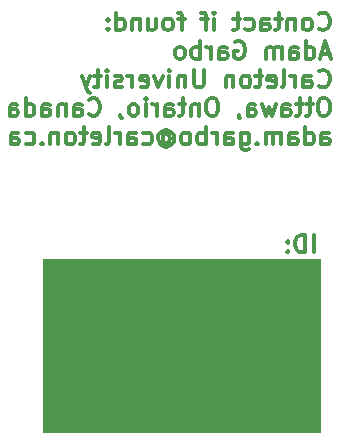
<source format=gbo>
G04 #@! TF.GenerationSoftware,KiCad,Pcbnew,(6.0.5-0)*
G04 #@! TF.CreationDate,2022-06-17T11:18:34-04:00*
G04 #@! TF.ProjectId,Cryologger AWS,4372796f-6c6f-4676-9765-72204157532e,rev?*
G04 #@! TF.SameCoordinates,Original*
G04 #@! TF.FileFunction,Legend,Bot*
G04 #@! TF.FilePolarity,Positive*
%FSLAX46Y46*%
G04 Gerber Fmt 4.6, Leading zero omitted, Abs format (unit mm)*
G04 Created by KiCad (PCBNEW (6.0.5-0)) date 2022-06-17 11:18:34*
%MOMM*%
%LPD*%
G01*
G04 APERTURE LIST*
G04 Aperture macros list*
%AMRoundRect*
0 Rectangle with rounded corners*
0 $1 Rounding radius*
0 $2 $3 $4 $5 $6 $7 $8 $9 X,Y pos of 4 corners*
0 Add a 4 corners polygon primitive as box body*
4,1,4,$2,$3,$4,$5,$6,$7,$8,$9,$2,$3,0*
0 Add four circle primitives for the rounded corners*
1,1,$1+$1,$2,$3*
1,1,$1+$1,$4,$5*
1,1,$1+$1,$6,$7*
1,1,$1+$1,$8,$9*
0 Add four rect primitives between the rounded corners*
20,1,$1+$1,$2,$3,$4,$5,0*
20,1,$1+$1,$4,$5,$6,$7,0*
20,1,$1+$1,$6,$7,$8,$9,0*
20,1,$1+$1,$8,$9,$2,$3,0*%
G04 Aperture macros list end*
%ADD10C,0.100000*%
%ADD11C,0.300000*%
%ADD12C,2.000000*%
%ADD13C,1.524000*%
%ADD14C,3.810000*%
%ADD15C,1.778000*%
%ADD16C,4.999990*%
%ADD17C,2.540000*%
%ADD18C,6.000000*%
%ADD19RoundRect,0.200000X-0.200000X-0.450000X0.200000X-0.450000X0.200000X0.450000X-0.200000X0.450000X0*%
%ADD20O,0.800000X1.300000*%
%ADD21C,1.600000*%
%ADD22O,1.600000X1.600000*%
%ADD23RoundRect,0.249999X-0.790001X-1.550001X0.790001X-1.550001X0.790001X1.550001X-0.790001X1.550001X0*%
%ADD24O,2.080000X3.600000*%
G04 APERTURE END LIST*
D10*
G36*
X121920000Y-109855000D02*
G01*
X98425000Y-109855000D01*
X98425000Y-95250000D01*
X121920000Y-95250000D01*
X121920000Y-109855000D01*
G37*
X121920000Y-109855000D02*
X98425000Y-109855000D01*
X98425000Y-95250000D01*
X121920000Y-95250000D01*
X121920000Y-109855000D01*
D11*
X121780714Y-75715714D02*
X121852142Y-75787142D01*
X122066428Y-75858571D01*
X122209285Y-75858571D01*
X122423571Y-75787142D01*
X122566428Y-75644285D01*
X122637857Y-75501428D01*
X122709285Y-75215714D01*
X122709285Y-75001428D01*
X122637857Y-74715714D01*
X122566428Y-74572857D01*
X122423571Y-74430000D01*
X122209285Y-74358571D01*
X122066428Y-74358571D01*
X121852142Y-74430000D01*
X121780714Y-74501428D01*
X120923571Y-75858571D02*
X121066428Y-75787142D01*
X121137857Y-75715714D01*
X121209285Y-75572857D01*
X121209285Y-75144285D01*
X121137857Y-75001428D01*
X121066428Y-74930000D01*
X120923571Y-74858571D01*
X120709285Y-74858571D01*
X120566428Y-74930000D01*
X120495000Y-75001428D01*
X120423571Y-75144285D01*
X120423571Y-75572857D01*
X120495000Y-75715714D01*
X120566428Y-75787142D01*
X120709285Y-75858571D01*
X120923571Y-75858571D01*
X119780714Y-74858571D02*
X119780714Y-75858571D01*
X119780714Y-75001428D02*
X119709285Y-74930000D01*
X119566428Y-74858571D01*
X119352142Y-74858571D01*
X119209285Y-74930000D01*
X119137857Y-75072857D01*
X119137857Y-75858571D01*
X118637857Y-74858571D02*
X118066428Y-74858571D01*
X118423571Y-74358571D02*
X118423571Y-75644285D01*
X118352142Y-75787142D01*
X118209285Y-75858571D01*
X118066428Y-75858571D01*
X116923571Y-75858571D02*
X116923571Y-75072857D01*
X116995000Y-74930000D01*
X117137857Y-74858571D01*
X117423571Y-74858571D01*
X117566428Y-74930000D01*
X116923571Y-75787142D02*
X117066428Y-75858571D01*
X117423571Y-75858571D01*
X117566428Y-75787142D01*
X117637857Y-75644285D01*
X117637857Y-75501428D01*
X117566428Y-75358571D01*
X117423571Y-75287142D01*
X117066428Y-75287142D01*
X116923571Y-75215714D01*
X115566428Y-75787142D02*
X115709285Y-75858571D01*
X115995000Y-75858571D01*
X116137857Y-75787142D01*
X116209285Y-75715714D01*
X116280714Y-75572857D01*
X116280714Y-75144285D01*
X116209285Y-75001428D01*
X116137857Y-74930000D01*
X115995000Y-74858571D01*
X115709285Y-74858571D01*
X115566428Y-74930000D01*
X115137857Y-74858571D02*
X114566428Y-74858571D01*
X114923571Y-74358571D02*
X114923571Y-75644285D01*
X114852142Y-75787142D01*
X114709285Y-75858571D01*
X114566428Y-75858571D01*
X112923571Y-75858571D02*
X112923571Y-74858571D01*
X112923571Y-74358571D02*
X112995000Y-74430000D01*
X112923571Y-74501428D01*
X112852142Y-74430000D01*
X112923571Y-74358571D01*
X112923571Y-74501428D01*
X112423571Y-74858571D02*
X111852142Y-74858571D01*
X112209285Y-75858571D02*
X112209285Y-74572857D01*
X112137857Y-74430000D01*
X111995000Y-74358571D01*
X111852142Y-74358571D01*
X110423571Y-74858571D02*
X109852142Y-74858571D01*
X110209285Y-75858571D02*
X110209285Y-74572857D01*
X110137857Y-74430000D01*
X109995000Y-74358571D01*
X109852142Y-74358571D01*
X109137857Y-75858571D02*
X109280714Y-75787142D01*
X109352142Y-75715714D01*
X109423571Y-75572857D01*
X109423571Y-75144285D01*
X109352142Y-75001428D01*
X109280714Y-74930000D01*
X109137857Y-74858571D01*
X108923571Y-74858571D01*
X108780714Y-74930000D01*
X108709285Y-75001428D01*
X108637857Y-75144285D01*
X108637857Y-75572857D01*
X108709285Y-75715714D01*
X108780714Y-75787142D01*
X108923571Y-75858571D01*
X109137857Y-75858571D01*
X107352142Y-74858571D02*
X107352142Y-75858571D01*
X107995000Y-74858571D02*
X107995000Y-75644285D01*
X107923571Y-75787142D01*
X107780714Y-75858571D01*
X107566428Y-75858571D01*
X107423571Y-75787142D01*
X107352142Y-75715714D01*
X106637857Y-74858571D02*
X106637857Y-75858571D01*
X106637857Y-75001428D02*
X106566428Y-74930000D01*
X106423571Y-74858571D01*
X106209285Y-74858571D01*
X106066428Y-74930000D01*
X105995000Y-75072857D01*
X105995000Y-75858571D01*
X104637857Y-75858571D02*
X104637857Y-74358571D01*
X104637857Y-75787142D02*
X104780714Y-75858571D01*
X105066428Y-75858571D01*
X105209285Y-75787142D01*
X105280714Y-75715714D01*
X105352142Y-75572857D01*
X105352142Y-75144285D01*
X105280714Y-75001428D01*
X105209285Y-74930000D01*
X105066428Y-74858571D01*
X104780714Y-74858571D01*
X104637857Y-74930000D01*
X103923571Y-75715714D02*
X103852142Y-75787142D01*
X103923571Y-75858571D01*
X103995000Y-75787142D01*
X103923571Y-75715714D01*
X103923571Y-75858571D01*
X103923571Y-74930000D02*
X103852142Y-75001428D01*
X103923571Y-75072857D01*
X103995000Y-75001428D01*
X103923571Y-74930000D01*
X103923571Y-75072857D01*
X122709285Y-77845000D02*
X121995000Y-77845000D01*
X122852142Y-78273571D02*
X122352142Y-76773571D01*
X121852142Y-78273571D01*
X120709285Y-78273571D02*
X120709285Y-76773571D01*
X120709285Y-78202142D02*
X120852142Y-78273571D01*
X121137857Y-78273571D01*
X121280714Y-78202142D01*
X121352142Y-78130714D01*
X121423571Y-77987857D01*
X121423571Y-77559285D01*
X121352142Y-77416428D01*
X121280714Y-77345000D01*
X121137857Y-77273571D01*
X120852142Y-77273571D01*
X120709285Y-77345000D01*
X119352142Y-78273571D02*
X119352142Y-77487857D01*
X119423571Y-77345000D01*
X119566428Y-77273571D01*
X119852142Y-77273571D01*
X119995000Y-77345000D01*
X119352142Y-78202142D02*
X119495000Y-78273571D01*
X119852142Y-78273571D01*
X119995000Y-78202142D01*
X120066428Y-78059285D01*
X120066428Y-77916428D01*
X119995000Y-77773571D01*
X119852142Y-77702142D01*
X119495000Y-77702142D01*
X119352142Y-77630714D01*
X118637857Y-78273571D02*
X118637857Y-77273571D01*
X118637857Y-77416428D02*
X118566428Y-77345000D01*
X118423571Y-77273571D01*
X118209285Y-77273571D01*
X118066428Y-77345000D01*
X117995000Y-77487857D01*
X117995000Y-78273571D01*
X117995000Y-77487857D02*
X117923571Y-77345000D01*
X117780714Y-77273571D01*
X117566428Y-77273571D01*
X117423571Y-77345000D01*
X117352142Y-77487857D01*
X117352142Y-78273571D01*
X114709285Y-76845000D02*
X114852142Y-76773571D01*
X115066428Y-76773571D01*
X115280714Y-76845000D01*
X115423571Y-76987857D01*
X115495000Y-77130714D01*
X115566428Y-77416428D01*
X115566428Y-77630714D01*
X115495000Y-77916428D01*
X115423571Y-78059285D01*
X115280714Y-78202142D01*
X115066428Y-78273571D01*
X114923571Y-78273571D01*
X114709285Y-78202142D01*
X114637857Y-78130714D01*
X114637857Y-77630714D01*
X114923571Y-77630714D01*
X113352142Y-78273571D02*
X113352142Y-77487857D01*
X113423571Y-77345000D01*
X113566428Y-77273571D01*
X113852142Y-77273571D01*
X113995000Y-77345000D01*
X113352142Y-78202142D02*
X113495000Y-78273571D01*
X113852142Y-78273571D01*
X113995000Y-78202142D01*
X114066428Y-78059285D01*
X114066428Y-77916428D01*
X113995000Y-77773571D01*
X113852142Y-77702142D01*
X113495000Y-77702142D01*
X113352142Y-77630714D01*
X112637857Y-78273571D02*
X112637857Y-77273571D01*
X112637857Y-77559285D02*
X112566428Y-77416428D01*
X112495000Y-77345000D01*
X112352142Y-77273571D01*
X112209285Y-77273571D01*
X111709285Y-78273571D02*
X111709285Y-76773571D01*
X111709285Y-77345000D02*
X111566428Y-77273571D01*
X111280714Y-77273571D01*
X111137857Y-77345000D01*
X111066428Y-77416428D01*
X110995000Y-77559285D01*
X110995000Y-77987857D01*
X111066428Y-78130714D01*
X111137857Y-78202142D01*
X111280714Y-78273571D01*
X111566428Y-78273571D01*
X111709285Y-78202142D01*
X110137857Y-78273571D02*
X110280714Y-78202142D01*
X110352142Y-78130714D01*
X110423571Y-77987857D01*
X110423571Y-77559285D01*
X110352142Y-77416428D01*
X110280714Y-77345000D01*
X110137857Y-77273571D01*
X109923571Y-77273571D01*
X109780714Y-77345000D01*
X109709285Y-77416428D01*
X109637857Y-77559285D01*
X109637857Y-77987857D01*
X109709285Y-78130714D01*
X109780714Y-78202142D01*
X109923571Y-78273571D01*
X110137857Y-78273571D01*
X121780714Y-80545714D02*
X121852142Y-80617142D01*
X122066428Y-80688571D01*
X122209285Y-80688571D01*
X122423571Y-80617142D01*
X122566428Y-80474285D01*
X122637857Y-80331428D01*
X122709285Y-80045714D01*
X122709285Y-79831428D01*
X122637857Y-79545714D01*
X122566428Y-79402857D01*
X122423571Y-79260000D01*
X122209285Y-79188571D01*
X122066428Y-79188571D01*
X121852142Y-79260000D01*
X121780714Y-79331428D01*
X120495000Y-80688571D02*
X120495000Y-79902857D01*
X120566428Y-79760000D01*
X120709285Y-79688571D01*
X120995000Y-79688571D01*
X121137857Y-79760000D01*
X120495000Y-80617142D02*
X120637857Y-80688571D01*
X120995000Y-80688571D01*
X121137857Y-80617142D01*
X121209285Y-80474285D01*
X121209285Y-80331428D01*
X121137857Y-80188571D01*
X120995000Y-80117142D01*
X120637857Y-80117142D01*
X120495000Y-80045714D01*
X119780714Y-80688571D02*
X119780714Y-79688571D01*
X119780714Y-79974285D02*
X119709285Y-79831428D01*
X119637857Y-79760000D01*
X119495000Y-79688571D01*
X119352142Y-79688571D01*
X118637857Y-80688571D02*
X118780714Y-80617142D01*
X118852142Y-80474285D01*
X118852142Y-79188571D01*
X117495000Y-80617142D02*
X117637857Y-80688571D01*
X117923571Y-80688571D01*
X118066428Y-80617142D01*
X118137857Y-80474285D01*
X118137857Y-79902857D01*
X118066428Y-79760000D01*
X117923571Y-79688571D01*
X117637857Y-79688571D01*
X117495000Y-79760000D01*
X117423571Y-79902857D01*
X117423571Y-80045714D01*
X118137857Y-80188571D01*
X116995000Y-79688571D02*
X116423571Y-79688571D01*
X116780714Y-79188571D02*
X116780714Y-80474285D01*
X116709285Y-80617142D01*
X116566428Y-80688571D01*
X116423571Y-80688571D01*
X115709285Y-80688571D02*
X115852142Y-80617142D01*
X115923571Y-80545714D01*
X115995000Y-80402857D01*
X115995000Y-79974285D01*
X115923571Y-79831428D01*
X115852142Y-79760000D01*
X115709285Y-79688571D01*
X115495000Y-79688571D01*
X115352142Y-79760000D01*
X115280714Y-79831428D01*
X115209285Y-79974285D01*
X115209285Y-80402857D01*
X115280714Y-80545714D01*
X115352142Y-80617142D01*
X115495000Y-80688571D01*
X115709285Y-80688571D01*
X114566428Y-79688571D02*
X114566428Y-80688571D01*
X114566428Y-79831428D02*
X114495000Y-79760000D01*
X114352142Y-79688571D01*
X114137857Y-79688571D01*
X113995000Y-79760000D01*
X113923571Y-79902857D01*
X113923571Y-80688571D01*
X112066428Y-79188571D02*
X112066428Y-80402857D01*
X111995000Y-80545714D01*
X111923571Y-80617142D01*
X111780714Y-80688571D01*
X111495000Y-80688571D01*
X111352142Y-80617142D01*
X111280714Y-80545714D01*
X111209285Y-80402857D01*
X111209285Y-79188571D01*
X110495000Y-79688571D02*
X110495000Y-80688571D01*
X110495000Y-79831428D02*
X110423571Y-79760000D01*
X110280714Y-79688571D01*
X110066428Y-79688571D01*
X109923571Y-79760000D01*
X109852142Y-79902857D01*
X109852142Y-80688571D01*
X109137857Y-80688571D02*
X109137857Y-79688571D01*
X109137857Y-79188571D02*
X109209285Y-79260000D01*
X109137857Y-79331428D01*
X109066428Y-79260000D01*
X109137857Y-79188571D01*
X109137857Y-79331428D01*
X108566428Y-79688571D02*
X108209285Y-80688571D01*
X107852142Y-79688571D01*
X106709285Y-80617142D02*
X106852142Y-80688571D01*
X107137857Y-80688571D01*
X107280714Y-80617142D01*
X107352142Y-80474285D01*
X107352142Y-79902857D01*
X107280714Y-79760000D01*
X107137857Y-79688571D01*
X106852142Y-79688571D01*
X106709285Y-79760000D01*
X106637857Y-79902857D01*
X106637857Y-80045714D01*
X107352142Y-80188571D01*
X105995000Y-80688571D02*
X105995000Y-79688571D01*
X105995000Y-79974285D02*
X105923571Y-79831428D01*
X105852142Y-79760000D01*
X105709285Y-79688571D01*
X105566428Y-79688571D01*
X105137857Y-80617142D02*
X104995000Y-80688571D01*
X104709285Y-80688571D01*
X104566428Y-80617142D01*
X104495000Y-80474285D01*
X104495000Y-80402857D01*
X104566428Y-80260000D01*
X104709285Y-80188571D01*
X104923571Y-80188571D01*
X105066428Y-80117142D01*
X105137857Y-79974285D01*
X105137857Y-79902857D01*
X105066428Y-79760000D01*
X104923571Y-79688571D01*
X104709285Y-79688571D01*
X104566428Y-79760000D01*
X103852142Y-80688571D02*
X103852142Y-79688571D01*
X103852142Y-79188571D02*
X103923571Y-79260000D01*
X103852142Y-79331428D01*
X103780714Y-79260000D01*
X103852142Y-79188571D01*
X103852142Y-79331428D01*
X103352142Y-79688571D02*
X102780714Y-79688571D01*
X103137857Y-79188571D02*
X103137857Y-80474285D01*
X103066428Y-80617142D01*
X102923571Y-80688571D01*
X102780714Y-80688571D01*
X102423571Y-79688571D02*
X102066428Y-80688571D01*
X101709285Y-79688571D02*
X102066428Y-80688571D01*
X102209285Y-81045714D01*
X102280714Y-81117142D01*
X102423571Y-81188571D01*
X122352142Y-81603571D02*
X122066428Y-81603571D01*
X121923571Y-81675000D01*
X121780714Y-81817857D01*
X121709285Y-82103571D01*
X121709285Y-82603571D01*
X121780714Y-82889285D01*
X121923571Y-83032142D01*
X122066428Y-83103571D01*
X122352142Y-83103571D01*
X122495000Y-83032142D01*
X122637857Y-82889285D01*
X122709285Y-82603571D01*
X122709285Y-82103571D01*
X122637857Y-81817857D01*
X122495000Y-81675000D01*
X122352142Y-81603571D01*
X121280714Y-82103571D02*
X120709285Y-82103571D01*
X121066428Y-81603571D02*
X121066428Y-82889285D01*
X120995000Y-83032142D01*
X120852142Y-83103571D01*
X120709285Y-83103571D01*
X120423571Y-82103571D02*
X119852142Y-82103571D01*
X120209285Y-81603571D02*
X120209285Y-82889285D01*
X120137857Y-83032142D01*
X119995000Y-83103571D01*
X119852142Y-83103571D01*
X118709285Y-83103571D02*
X118709285Y-82317857D01*
X118780714Y-82175000D01*
X118923571Y-82103571D01*
X119209285Y-82103571D01*
X119352142Y-82175000D01*
X118709285Y-83032142D02*
X118852142Y-83103571D01*
X119209285Y-83103571D01*
X119352142Y-83032142D01*
X119423571Y-82889285D01*
X119423571Y-82746428D01*
X119352142Y-82603571D01*
X119209285Y-82532142D01*
X118852142Y-82532142D01*
X118709285Y-82460714D01*
X118137857Y-82103571D02*
X117852142Y-83103571D01*
X117566428Y-82389285D01*
X117280714Y-83103571D01*
X116995000Y-82103571D01*
X115780714Y-83103571D02*
X115780714Y-82317857D01*
X115852142Y-82175000D01*
X115995000Y-82103571D01*
X116280714Y-82103571D01*
X116423571Y-82175000D01*
X115780714Y-83032142D02*
X115923571Y-83103571D01*
X116280714Y-83103571D01*
X116423571Y-83032142D01*
X116495000Y-82889285D01*
X116495000Y-82746428D01*
X116423571Y-82603571D01*
X116280714Y-82532142D01*
X115923571Y-82532142D01*
X115780714Y-82460714D01*
X114995000Y-83032142D02*
X114995000Y-83103571D01*
X115066428Y-83246428D01*
X115137857Y-83317857D01*
X112923571Y-81603571D02*
X112637857Y-81603571D01*
X112495000Y-81675000D01*
X112352142Y-81817857D01*
X112280714Y-82103571D01*
X112280714Y-82603571D01*
X112352142Y-82889285D01*
X112495000Y-83032142D01*
X112637857Y-83103571D01*
X112923571Y-83103571D01*
X113066428Y-83032142D01*
X113209285Y-82889285D01*
X113280714Y-82603571D01*
X113280714Y-82103571D01*
X113209285Y-81817857D01*
X113066428Y-81675000D01*
X112923571Y-81603571D01*
X111637857Y-82103571D02*
X111637857Y-83103571D01*
X111637857Y-82246428D02*
X111566428Y-82175000D01*
X111423571Y-82103571D01*
X111209285Y-82103571D01*
X111066428Y-82175000D01*
X110995000Y-82317857D01*
X110995000Y-83103571D01*
X110495000Y-82103571D02*
X109923571Y-82103571D01*
X110280714Y-81603571D02*
X110280714Y-82889285D01*
X110209285Y-83032142D01*
X110066428Y-83103571D01*
X109923571Y-83103571D01*
X108780714Y-83103571D02*
X108780714Y-82317857D01*
X108852142Y-82175000D01*
X108995000Y-82103571D01*
X109280714Y-82103571D01*
X109423571Y-82175000D01*
X108780714Y-83032142D02*
X108923571Y-83103571D01*
X109280714Y-83103571D01*
X109423571Y-83032142D01*
X109495000Y-82889285D01*
X109495000Y-82746428D01*
X109423571Y-82603571D01*
X109280714Y-82532142D01*
X108923571Y-82532142D01*
X108780714Y-82460714D01*
X108066428Y-83103571D02*
X108066428Y-82103571D01*
X108066428Y-82389285D02*
X107995000Y-82246428D01*
X107923571Y-82175000D01*
X107780714Y-82103571D01*
X107637857Y-82103571D01*
X107137857Y-83103571D02*
X107137857Y-82103571D01*
X107137857Y-81603571D02*
X107209285Y-81675000D01*
X107137857Y-81746428D01*
X107066428Y-81675000D01*
X107137857Y-81603571D01*
X107137857Y-81746428D01*
X106209285Y-83103571D02*
X106352142Y-83032142D01*
X106423571Y-82960714D01*
X106495000Y-82817857D01*
X106495000Y-82389285D01*
X106423571Y-82246428D01*
X106352142Y-82175000D01*
X106209285Y-82103571D01*
X105995000Y-82103571D01*
X105852142Y-82175000D01*
X105780714Y-82246428D01*
X105709285Y-82389285D01*
X105709285Y-82817857D01*
X105780714Y-82960714D01*
X105852142Y-83032142D01*
X105995000Y-83103571D01*
X106209285Y-83103571D01*
X104995000Y-83032142D02*
X104995000Y-83103571D01*
X105066428Y-83246428D01*
X105137857Y-83317857D01*
X102352142Y-82960714D02*
X102423571Y-83032142D01*
X102637857Y-83103571D01*
X102780714Y-83103571D01*
X102995000Y-83032142D01*
X103137857Y-82889285D01*
X103209285Y-82746428D01*
X103280714Y-82460714D01*
X103280714Y-82246428D01*
X103209285Y-81960714D01*
X103137857Y-81817857D01*
X102995000Y-81675000D01*
X102780714Y-81603571D01*
X102637857Y-81603571D01*
X102423571Y-81675000D01*
X102352142Y-81746428D01*
X101066428Y-83103571D02*
X101066428Y-82317857D01*
X101137857Y-82175000D01*
X101280714Y-82103571D01*
X101566428Y-82103571D01*
X101709285Y-82175000D01*
X101066428Y-83032142D02*
X101209285Y-83103571D01*
X101566428Y-83103571D01*
X101709285Y-83032142D01*
X101780714Y-82889285D01*
X101780714Y-82746428D01*
X101709285Y-82603571D01*
X101566428Y-82532142D01*
X101209285Y-82532142D01*
X101066428Y-82460714D01*
X100352142Y-82103571D02*
X100352142Y-83103571D01*
X100352142Y-82246428D02*
X100280714Y-82175000D01*
X100137857Y-82103571D01*
X99923571Y-82103571D01*
X99780714Y-82175000D01*
X99709285Y-82317857D01*
X99709285Y-83103571D01*
X98352142Y-83103571D02*
X98352142Y-82317857D01*
X98423571Y-82175000D01*
X98566428Y-82103571D01*
X98852142Y-82103571D01*
X98995000Y-82175000D01*
X98352142Y-83032142D02*
X98495000Y-83103571D01*
X98852142Y-83103571D01*
X98995000Y-83032142D01*
X99066428Y-82889285D01*
X99066428Y-82746428D01*
X98995000Y-82603571D01*
X98852142Y-82532142D01*
X98495000Y-82532142D01*
X98352142Y-82460714D01*
X96995000Y-83103571D02*
X96995000Y-81603571D01*
X96995000Y-83032142D02*
X97137857Y-83103571D01*
X97423571Y-83103571D01*
X97566428Y-83032142D01*
X97637857Y-82960714D01*
X97709285Y-82817857D01*
X97709285Y-82389285D01*
X97637857Y-82246428D01*
X97566428Y-82175000D01*
X97423571Y-82103571D01*
X97137857Y-82103571D01*
X96995000Y-82175000D01*
X95637857Y-83103571D02*
X95637857Y-82317857D01*
X95709285Y-82175000D01*
X95852142Y-82103571D01*
X96137857Y-82103571D01*
X96280714Y-82175000D01*
X95637857Y-83032142D02*
X95780714Y-83103571D01*
X96137857Y-83103571D01*
X96280714Y-83032142D01*
X96352142Y-82889285D01*
X96352142Y-82746428D01*
X96280714Y-82603571D01*
X96137857Y-82532142D01*
X95780714Y-82532142D01*
X95637857Y-82460714D01*
X121995000Y-85518571D02*
X121995000Y-84732857D01*
X122066428Y-84590000D01*
X122209285Y-84518571D01*
X122495000Y-84518571D01*
X122637857Y-84590000D01*
X121995000Y-85447142D02*
X122137857Y-85518571D01*
X122495000Y-85518571D01*
X122637857Y-85447142D01*
X122709285Y-85304285D01*
X122709285Y-85161428D01*
X122637857Y-85018571D01*
X122495000Y-84947142D01*
X122137857Y-84947142D01*
X121995000Y-84875714D01*
X120637857Y-85518571D02*
X120637857Y-84018571D01*
X120637857Y-85447142D02*
X120780714Y-85518571D01*
X121066428Y-85518571D01*
X121209285Y-85447142D01*
X121280714Y-85375714D01*
X121352142Y-85232857D01*
X121352142Y-84804285D01*
X121280714Y-84661428D01*
X121209285Y-84590000D01*
X121066428Y-84518571D01*
X120780714Y-84518571D01*
X120637857Y-84590000D01*
X119280714Y-85518571D02*
X119280714Y-84732857D01*
X119352142Y-84590000D01*
X119495000Y-84518571D01*
X119780714Y-84518571D01*
X119923571Y-84590000D01*
X119280714Y-85447142D02*
X119423571Y-85518571D01*
X119780714Y-85518571D01*
X119923571Y-85447142D01*
X119995000Y-85304285D01*
X119995000Y-85161428D01*
X119923571Y-85018571D01*
X119780714Y-84947142D01*
X119423571Y-84947142D01*
X119280714Y-84875714D01*
X118566428Y-85518571D02*
X118566428Y-84518571D01*
X118566428Y-84661428D02*
X118495000Y-84590000D01*
X118352142Y-84518571D01*
X118137857Y-84518571D01*
X117995000Y-84590000D01*
X117923571Y-84732857D01*
X117923571Y-85518571D01*
X117923571Y-84732857D02*
X117852142Y-84590000D01*
X117709285Y-84518571D01*
X117495000Y-84518571D01*
X117352142Y-84590000D01*
X117280714Y-84732857D01*
X117280714Y-85518571D01*
X116566428Y-85375714D02*
X116495000Y-85447142D01*
X116566428Y-85518571D01*
X116637857Y-85447142D01*
X116566428Y-85375714D01*
X116566428Y-85518571D01*
X115209285Y-84518571D02*
X115209285Y-85732857D01*
X115280714Y-85875714D01*
X115352142Y-85947142D01*
X115495000Y-86018571D01*
X115709285Y-86018571D01*
X115852142Y-85947142D01*
X115209285Y-85447142D02*
X115352142Y-85518571D01*
X115637857Y-85518571D01*
X115780714Y-85447142D01*
X115852142Y-85375714D01*
X115923571Y-85232857D01*
X115923571Y-84804285D01*
X115852142Y-84661428D01*
X115780714Y-84590000D01*
X115637857Y-84518571D01*
X115352142Y-84518571D01*
X115209285Y-84590000D01*
X113852142Y-85518571D02*
X113852142Y-84732857D01*
X113923571Y-84590000D01*
X114066428Y-84518571D01*
X114352142Y-84518571D01*
X114495000Y-84590000D01*
X113852142Y-85447142D02*
X113995000Y-85518571D01*
X114352142Y-85518571D01*
X114495000Y-85447142D01*
X114566428Y-85304285D01*
X114566428Y-85161428D01*
X114495000Y-85018571D01*
X114352142Y-84947142D01*
X113995000Y-84947142D01*
X113852142Y-84875714D01*
X113137857Y-85518571D02*
X113137857Y-84518571D01*
X113137857Y-84804285D02*
X113066428Y-84661428D01*
X112995000Y-84590000D01*
X112852142Y-84518571D01*
X112709285Y-84518571D01*
X112209285Y-85518571D02*
X112209285Y-84018571D01*
X112209285Y-84590000D02*
X112066428Y-84518571D01*
X111780714Y-84518571D01*
X111637857Y-84590000D01*
X111566428Y-84661428D01*
X111495000Y-84804285D01*
X111495000Y-85232857D01*
X111566428Y-85375714D01*
X111637857Y-85447142D01*
X111780714Y-85518571D01*
X112066428Y-85518571D01*
X112209285Y-85447142D01*
X110637857Y-85518571D02*
X110780714Y-85447142D01*
X110852142Y-85375714D01*
X110923571Y-85232857D01*
X110923571Y-84804285D01*
X110852142Y-84661428D01*
X110780714Y-84590000D01*
X110637857Y-84518571D01*
X110423571Y-84518571D01*
X110280714Y-84590000D01*
X110209285Y-84661428D01*
X110137857Y-84804285D01*
X110137857Y-85232857D01*
X110209285Y-85375714D01*
X110280714Y-85447142D01*
X110423571Y-85518571D01*
X110637857Y-85518571D01*
X108566428Y-84804285D02*
X108637857Y-84732857D01*
X108780714Y-84661428D01*
X108923571Y-84661428D01*
X109066428Y-84732857D01*
X109137857Y-84804285D01*
X109209285Y-84947142D01*
X109209285Y-85090000D01*
X109137857Y-85232857D01*
X109066428Y-85304285D01*
X108923571Y-85375714D01*
X108780714Y-85375714D01*
X108637857Y-85304285D01*
X108566428Y-85232857D01*
X108566428Y-84661428D02*
X108566428Y-85232857D01*
X108495000Y-85304285D01*
X108423571Y-85304285D01*
X108280714Y-85232857D01*
X108209285Y-85090000D01*
X108209285Y-84732857D01*
X108352142Y-84518571D01*
X108566428Y-84375714D01*
X108852142Y-84304285D01*
X109137857Y-84375714D01*
X109352142Y-84518571D01*
X109495000Y-84732857D01*
X109566428Y-85018571D01*
X109495000Y-85304285D01*
X109352142Y-85518571D01*
X109137857Y-85661428D01*
X108852142Y-85732857D01*
X108566428Y-85661428D01*
X108352142Y-85518571D01*
X106923571Y-85447142D02*
X107066428Y-85518571D01*
X107352142Y-85518571D01*
X107495000Y-85447142D01*
X107566428Y-85375714D01*
X107637857Y-85232857D01*
X107637857Y-84804285D01*
X107566428Y-84661428D01*
X107495000Y-84590000D01*
X107352142Y-84518571D01*
X107066428Y-84518571D01*
X106923571Y-84590000D01*
X105637857Y-85518571D02*
X105637857Y-84732857D01*
X105709285Y-84590000D01*
X105852142Y-84518571D01*
X106137857Y-84518571D01*
X106280714Y-84590000D01*
X105637857Y-85447142D02*
X105780714Y-85518571D01*
X106137857Y-85518571D01*
X106280714Y-85447142D01*
X106352142Y-85304285D01*
X106352142Y-85161428D01*
X106280714Y-85018571D01*
X106137857Y-84947142D01*
X105780714Y-84947142D01*
X105637857Y-84875714D01*
X104923571Y-85518571D02*
X104923571Y-84518571D01*
X104923571Y-84804285D02*
X104852142Y-84661428D01*
X104780714Y-84590000D01*
X104637857Y-84518571D01*
X104495000Y-84518571D01*
X103780714Y-85518571D02*
X103923571Y-85447142D01*
X103995000Y-85304285D01*
X103995000Y-84018571D01*
X102637857Y-85447142D02*
X102780714Y-85518571D01*
X103066428Y-85518571D01*
X103209285Y-85447142D01*
X103280714Y-85304285D01*
X103280714Y-84732857D01*
X103209285Y-84590000D01*
X103066428Y-84518571D01*
X102780714Y-84518571D01*
X102637857Y-84590000D01*
X102566428Y-84732857D01*
X102566428Y-84875714D01*
X103280714Y-85018571D01*
X102137857Y-84518571D02*
X101566428Y-84518571D01*
X101923571Y-84018571D02*
X101923571Y-85304285D01*
X101852142Y-85447142D01*
X101709285Y-85518571D01*
X101566428Y-85518571D01*
X100852142Y-85518571D02*
X100995000Y-85447142D01*
X101066428Y-85375714D01*
X101137857Y-85232857D01*
X101137857Y-84804285D01*
X101066428Y-84661428D01*
X100995000Y-84590000D01*
X100852142Y-84518571D01*
X100637857Y-84518571D01*
X100495000Y-84590000D01*
X100423571Y-84661428D01*
X100352142Y-84804285D01*
X100352142Y-85232857D01*
X100423571Y-85375714D01*
X100495000Y-85447142D01*
X100637857Y-85518571D01*
X100852142Y-85518571D01*
X99709285Y-84518571D02*
X99709285Y-85518571D01*
X99709285Y-84661428D02*
X99637857Y-84590000D01*
X99495000Y-84518571D01*
X99280714Y-84518571D01*
X99137857Y-84590000D01*
X99066428Y-84732857D01*
X99066428Y-85518571D01*
X98352142Y-85375714D02*
X98280714Y-85447142D01*
X98352142Y-85518571D01*
X98423571Y-85447142D01*
X98352142Y-85375714D01*
X98352142Y-85518571D01*
X96995000Y-85447142D02*
X97137857Y-85518571D01*
X97423571Y-85518571D01*
X97566428Y-85447142D01*
X97637857Y-85375714D01*
X97709285Y-85232857D01*
X97709285Y-84804285D01*
X97637857Y-84661428D01*
X97566428Y-84590000D01*
X97423571Y-84518571D01*
X97137857Y-84518571D01*
X96995000Y-84590000D01*
X95709285Y-85518571D02*
X95709285Y-84732857D01*
X95780714Y-84590000D01*
X95923571Y-84518571D01*
X96209285Y-84518571D01*
X96352142Y-84590000D01*
X95709285Y-85447142D02*
X95852142Y-85518571D01*
X96209285Y-85518571D01*
X96352142Y-85447142D01*
X96423571Y-85304285D01*
X96423571Y-85161428D01*
X96352142Y-85018571D01*
X96209285Y-84947142D01*
X95852142Y-84947142D01*
X95709285Y-84875714D01*
X121367857Y-94658571D02*
X121367857Y-93158571D01*
X120653571Y-94658571D02*
X120653571Y-93158571D01*
X120296428Y-93158571D01*
X120082142Y-93230000D01*
X119939285Y-93372857D01*
X119867857Y-93515714D01*
X119796428Y-93801428D01*
X119796428Y-94015714D01*
X119867857Y-94301428D01*
X119939285Y-94444285D01*
X120082142Y-94587142D01*
X120296428Y-94658571D01*
X120653571Y-94658571D01*
X119153571Y-94515714D02*
X119082142Y-94587142D01*
X119153571Y-94658571D01*
X119225000Y-94587142D01*
X119153571Y-94515714D01*
X119153571Y-94658571D01*
X119153571Y-93730000D02*
X119082142Y-93801428D01*
X119153571Y-93872857D01*
X119225000Y-93801428D01*
X119153571Y-93730000D01*
X119153571Y-93872857D01*
%LPC*%
D12*
X118110000Y-124460000D03*
X123190000Y-124460000D03*
X128270000Y-124460000D03*
X133350000Y-124460000D03*
X138430000Y-124460000D03*
X143510000Y-124460000D03*
X148590000Y-124460000D03*
X153670000Y-124460000D03*
X158750000Y-124460000D03*
X163830000Y-124460000D03*
X168910000Y-124460000D03*
X173990000Y-124460000D03*
X179070000Y-124460000D03*
X184150000Y-124460000D03*
X189230000Y-124460000D03*
X194310000Y-124460000D03*
D13*
X213360000Y-116840000D03*
X213360000Y-111760000D03*
X213360000Y-114300000D03*
X213360000Y-109220000D03*
X213360000Y-106680000D03*
X213360000Y-104140000D03*
X218440000Y-93980000D03*
X215900000Y-93980000D03*
X213360000Y-93980000D03*
X210820000Y-93980000D03*
X210820000Y-83820000D03*
X213360000Y-83820000D03*
X215900000Y-83820000D03*
X218440000Y-83820000D03*
D14*
X140970000Y-113030000D03*
X140970000Y-92710000D03*
X153670000Y-113030000D03*
X153670000Y-92710000D03*
D15*
X153670000Y-109220000D03*
X153670000Y-106680000D03*
X153670000Y-104140000D03*
X153670000Y-101600000D03*
X153670000Y-99060000D03*
X153670000Y-96520000D03*
X140970000Y-106680000D03*
X140970000Y-104140000D03*
X140970000Y-101600000D03*
X140970000Y-99060000D03*
D16*
X132380000Y-108250000D03*
X132380000Y-69550000D03*
D15*
X153670000Y-67310000D03*
X153670000Y-69850000D03*
X153670000Y-72390000D03*
X153670000Y-74930000D03*
X153670000Y-77470000D03*
X153670000Y-80010000D03*
X153670000Y-82550000D03*
D17*
X153670000Y-85090000D03*
D14*
X140970000Y-64770000D03*
X140970000Y-85090000D03*
D17*
X153670000Y-64770000D03*
D18*
X91440000Y-60960000D03*
D15*
X177800000Y-107950000D03*
X180340000Y-107950000D03*
X177800000Y-105410000D03*
X180340000Y-105410000D03*
X180340000Y-102870000D03*
X177800000Y-102870000D03*
X177800000Y-100330000D03*
X180340000Y-100330000D03*
X180340000Y-97790000D03*
X177800000Y-97790000D03*
X180340000Y-95250000D03*
X177800000Y-95250000D03*
X177800000Y-92710000D03*
X180340000Y-92710000D03*
X177800000Y-90170000D03*
X180340000Y-90170000D03*
X180340000Y-87630000D03*
X177800000Y-87630000D03*
X180340000Y-85090000D03*
X177800000Y-85090000D03*
X180340000Y-82550000D03*
X177800000Y-82550000D03*
X180340000Y-80010000D03*
X177800000Y-80010000D03*
X160020000Y-107950000D03*
X162560000Y-107950000D03*
X160020000Y-105410000D03*
X162560000Y-105410000D03*
X160020000Y-102870000D03*
X162560000Y-102870000D03*
X162560000Y-100330000D03*
X160020000Y-100330000D03*
X162560000Y-97790000D03*
X160020000Y-97790000D03*
X162560000Y-95250000D03*
X160020000Y-95250000D03*
X160020000Y-92710000D03*
X162560000Y-92710000D03*
X162560000Y-90170000D03*
X160020000Y-90170000D03*
X162560000Y-87630000D03*
X160020000Y-87630000D03*
X162560000Y-85090000D03*
X160020000Y-85090000D03*
X160020000Y-82550000D03*
X162560000Y-82550000D03*
X162560000Y-80010000D03*
X160020000Y-80010000D03*
X162560000Y-77470000D03*
X160020000Y-77470000D03*
X160020000Y-74930000D03*
X162560000Y-74930000D03*
X162560000Y-72390000D03*
X160020000Y-72390000D03*
X162560000Y-69850000D03*
X160020000Y-69850000D03*
D17*
X161290000Y-111760000D03*
D14*
X179070000Y-66040000D03*
X161290000Y-66040000D03*
D17*
X179070000Y-111760000D03*
D18*
X218440000Y-135890000D03*
X218440000Y-60960000D03*
D15*
X203200000Y-107950000D03*
X205740000Y-107950000D03*
X203200000Y-105410000D03*
X205740000Y-105410000D03*
X203200000Y-102870000D03*
X205740000Y-102870000D03*
X205740000Y-100330000D03*
X203200000Y-100330000D03*
X203200000Y-97790000D03*
X205740000Y-97790000D03*
X205740000Y-95250000D03*
X203200000Y-95250000D03*
X203200000Y-92710000D03*
X205740000Y-92710000D03*
X203200000Y-90170000D03*
X205740000Y-90170000D03*
X205740000Y-87630000D03*
X203200000Y-87630000D03*
X205740000Y-85090000D03*
X203200000Y-85090000D03*
X203200000Y-82550000D03*
X205740000Y-82550000D03*
X203200000Y-80010000D03*
X205740000Y-80010000D03*
X185420000Y-107950000D03*
X187960000Y-107950000D03*
X185420000Y-105410000D03*
X187960000Y-105410000D03*
X185420000Y-102870000D03*
X187960000Y-102870000D03*
X185420000Y-100330000D03*
X187960000Y-100330000D03*
X187960000Y-97790000D03*
X185420000Y-97790000D03*
X187960000Y-95250000D03*
X185420000Y-95250000D03*
X185420000Y-92710000D03*
X187960000Y-92710000D03*
X185420000Y-90170000D03*
X187960000Y-90170000D03*
X185420000Y-87630000D03*
X187960000Y-87630000D03*
X187960000Y-85090000D03*
X185420000Y-85090000D03*
X187960000Y-82550000D03*
X185420000Y-82550000D03*
X187960000Y-80010000D03*
X185420000Y-80010000D03*
X187960000Y-77470000D03*
X185420000Y-77470000D03*
X187960000Y-74930000D03*
X185420000Y-74930000D03*
X185420000Y-72390000D03*
X187960000Y-72390000D03*
X185420000Y-69850000D03*
X187960000Y-69850000D03*
D14*
X204470000Y-66040000D03*
D17*
X204470000Y-111760000D03*
D14*
X186690000Y-66040000D03*
D17*
X186690000Y-111760000D03*
D19*
X121285000Y-115570000D03*
D20*
X122535000Y-115570000D03*
X123785000Y-115570000D03*
X125035000Y-115570000D03*
X126285000Y-115570000D03*
X127535000Y-115570000D03*
X128785000Y-115570000D03*
X130035000Y-115570000D03*
X131285000Y-115570000D03*
X132535000Y-115570000D03*
D18*
X91440000Y-135890000D03*
D21*
X215900000Y-78085000D03*
D22*
X215900000Y-67925000D03*
D21*
X219075000Y-71775000D03*
X219075000Y-74275000D03*
X212725000Y-67925000D03*
D22*
X212725000Y-78085000D03*
D23*
X204470000Y-129191500D03*
D24*
X209550000Y-129191500D03*
D23*
X118110000Y-129191500D03*
D24*
X123190000Y-129191500D03*
X128270000Y-129191500D03*
X133350000Y-129191500D03*
X138430000Y-129191500D03*
X143510000Y-129191500D03*
X148590000Y-129191500D03*
X153670000Y-129191500D03*
X158750000Y-129191500D03*
X163830000Y-129191500D03*
X168910000Y-129191500D03*
X173990000Y-129191500D03*
X179070000Y-129191500D03*
X184150000Y-129191500D03*
X189230000Y-129191500D03*
X194310000Y-129191500D03*
M02*

</source>
